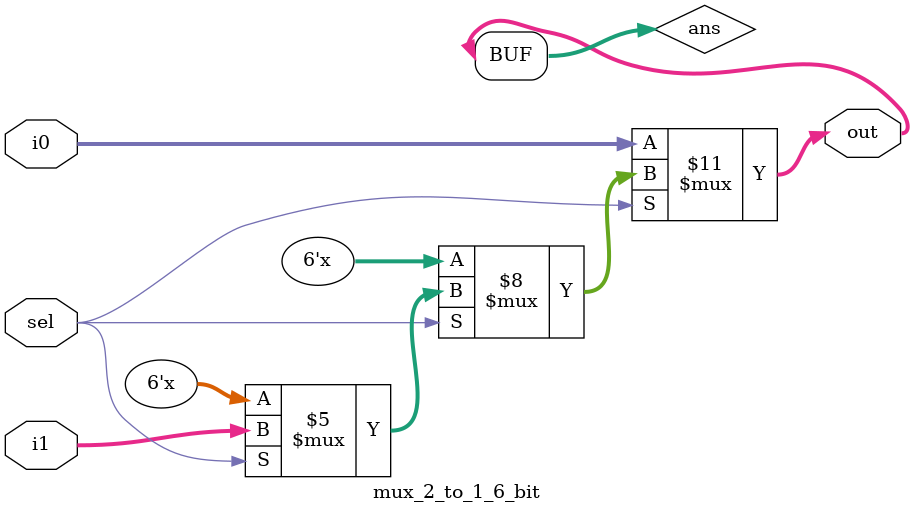
<source format=v>
module mux_2_to_1_6_bit(
    input wire [5:0] i0,
    input wire [5:0] i1,
    input wire sel,
    output [5:0] out
);

reg [5:0] ans;
always @(*) begin
    if (sel == 0)
        ans = i0;
    else if (sel == 1)
        ans = i1;
end

assign out = ans;

endmodule
</source>
